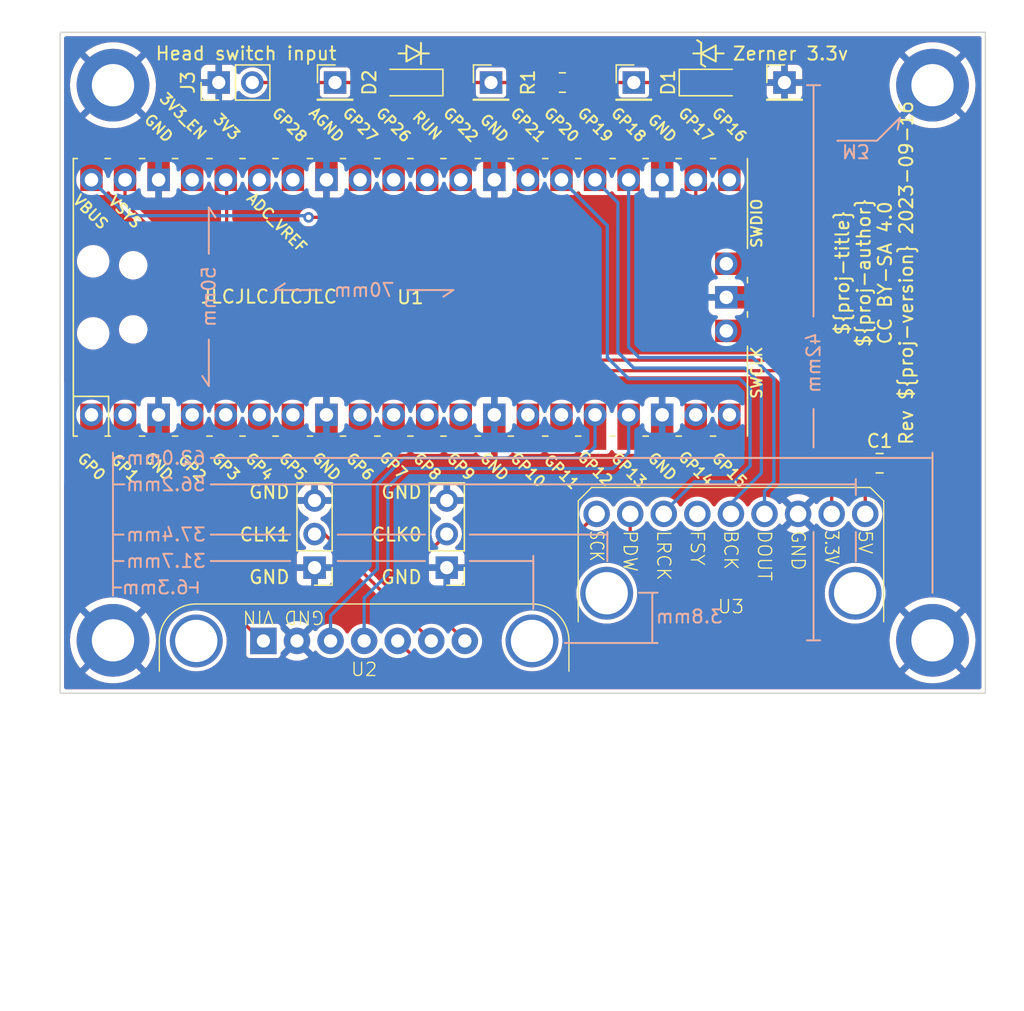
<source format=kicad_pcb>
(kicad_pcb (version 20221018) (generator pcbnew)
  (title_block (title "${proj-title}") (date "2023-09-16") (rev "${proj-version}") (company "${proj-author}") (comment 1 "${proj-license}"))
  (layers (0 "F.Cu" signal) (31 "B.Cu" signal) (34 "B.Paste" user) (35 "F.Paste" user) (36 "B.SilkS" user "B.Silkscreen") (37 "F.SilkS" user "F.Silkscreen") (38 "B.Mask" user) (39 "F.Mask" user) (44 "Edge.Cuts" user))
  (property "proj-author" "Rene Wolf")
  (property "proj-license" "CC BY-SA 4.0")
  (property "proj-title" "clock-gen adc main board")
  (property "proj-version" "A")
  (net 0 "")
  (net 15 "Net-(D1-K)")
  (net 16 "/PCM.3V3")
  (net 17 "/PCM.Data")
  (net 18 "/PCM.BitClk")
  (net 27 "/PCM.LRClk")
  (net 30 "GND")
  (net 31 "Net-(J1-Pin_2)")
  (net 32 "Net-(J2-Pin_2)")
  (net 33 "/PCM.5V")
  (net 34 "/Gen.SDA")
  (net 35 "/Gen.SCL")
  (net 36 "/PCM.SysClk")
  (net 37 "/PCM.PwrDn")
  (net 38 "/Gen.VSI")
  (net 40 "Net-(D2-K)")
  (net 41 "Net-(D2-A)")
  (footprint "black-pcm1802:black-pcm1802-board" (layer "F.Cu") (at 148.75 114.4345 180)
    (fp_text reference "U3" (at 0 -9.017 unlocked) (layer "F.SilkS") (effects (font (thickness 0.1))))
    (fp_text value "~")
    (fp_text user "DOUT" (at -2.54 -3.175 270 unlocked) (layer "F.SilkS") (effects (font (thickness 0.1)) (justify left)))
    (fp_text user "GND" (at -5.08 -3.175 270 unlocked) (layer "F.SilkS") (effects (font (thickness 0.1)) (justify left)))
    (fp_text user "PDW" (at 7.62 -3.175 270 unlocked) (layer "F.SilkS") (effects (font (thickness 0.1)) (justify left)))
    (fp_text user "LRCK" (at 5.08 -3.175 270 unlocked) (layer "F.SilkS") (effects (font (thickness 0.1)) (justify left)))
    (fp_text user "3.3V" (at -7.62 -3.175 270 unlocked) (layer "F.SilkS") (effects (font (size 1 0.8) (thickness 0.1)) (justify left)))
    (fp_text user "5V" (at -10.16 -3.175 270 unlocked) (layer "F.SilkS") (effects (font (thickness 0.1)) (justify left)))
    (fp_text user "BCK" (at 0 -3.175 270 unlocked) (layer "F.SilkS") (effects (font (thickness 0.1)) (justify left)))
    (fp_text user "FSY" (at 2.54 -3.175 270 unlocked) (layer "F.SilkS") (effects (font (thickness 0.1)) (justify left)))
    (fp_text user "SCK" (at 10.16 -3.175 270 unlocked) (layer "F.SilkS") (effects (font (size 1 0.8) (thickness 0.1)) (justify left)))
    (fp_line (start -11.557 -1.016) (end -11.557 -10.16) (stroke (width 0.1)) (layer "F.SilkS"))
    (fp_line (start -11.557 -1.016) (end -10.541 0) (stroke (width 0.1)) (layer "F.SilkS"))
    (fp_line (start 10.541 0) (end -10.541 0) (stroke (width 0.1)) (layer "F.SilkS"))
    (fp_line (start 11.557 -1.016) (end 10.541 0) (stroke (width 0.1)) (layer "F.SilkS"))
    (fp_line (start 11.557 -1.016) (end 11.557 -10.16) (stroke (width 0.1)) (layer "F.SilkS"))
    (pad "" thru_hole circle (at -9.398 -8.001 180) (size 4 4) (drill 3.2) (layers "*.Cu" "*.Mask"))
    (pad "" thru_hole circle (at 9.398 -8.001 180) (size 4 4) (drill 3.2) (layers "*.Cu" "*.Mask"))
    (pad "1" thru_hole circle (at -10.16 -2 180) (size 2 2) (drill 1.25) (layers "*.Cu" "*.Mask") (net 33 "/PCM.5V"))
    (pad "2" thru_hole circle (at -7.62 -2 180) (size 2 2) (drill 1.25) (layers "*.Cu" "*.Mask") (net 16 "/PCM.3V3"))
    (pad "3" thru_hole circle (at -5.08 -2 180) (size 2 2) (drill 1.25) (layers "*.Cu" "*.Mask") (net 30 "GND"))
    (pad "4" thru_hole circle (at -2.54 -2 180) (size 2 2) (drill 1.25) (layers "*.Cu" "*.Mask") (net 17 "/PCM.Data"))
    (pad "5" thru_hole circle (at 0 -2 180) (size 2 2) (drill 1.25) (layers "*.Cu" "*.Mask") (net 18 "/PCM.BitClk"))
    (pad "6" thru_hole circle (at 2.54 -2 180) (size 2 2) (drill 1.25) (layers "*.Cu" "*.Mask"))
    (pad "7" thru_hole circle (at 5.08 -2 180) (size 2 2) (drill 1.25) (layers "*.Cu" "*.Mask") (net 27 "/PCM.LRClk"))
    (pad "8" thru_hole circle (at 7.62 -2 180) (size 2 2) (drill 1.25) (layers "*.Cu" "*.Mask") (net 37 "/PCM.PwrDn"))
    (pad "9" thru_hole circle (at 10.16 -2 180) (size 2 2) (drill 1.25) (layers "*.Cu" "*.Mask") (net 36 "/PCM.SysClk"))
  )
  (footprint "Connector_PinHeader_2.54mm:PinHeader_1x01_P2.54mm_Vertical" (layer "F.Cu") (at 118.8 83.8)
    (fp_text reference "J6" hide)
    (fp_text value "Conn_01x01_Pin")
    (fp_line (start -1.33 -1.33) (end 0 -1.33) (stroke (width 0.12)) (layer "F.SilkS"))
    (fp_line (start -1.33 0) (end -1.33 -1.33) (stroke (width 0.12)) (layer "F.SilkS"))
    (fp_line (start -1.33 1.27) (end -1.33 1.33) (stroke (width 0.12)) (layer "F.SilkS"))
    (fp_line (start -1.33 1.27) (end 1.33 1.27) (stroke (width 0.12)) (layer "F.SilkS"))
    (fp_line (start -1.33 1.33) (end 1.33 1.33) (stroke (width 0.12)) (layer "F.SilkS"))
    (fp_line (start 1.33 1.27) (end 1.33 1.33) (stroke (width 0.12)) (layer "F.SilkS"))
    (pad "1" thru_hole rect (at 0 0) (size 1.7 1.7) (drill 1) (layers "*.Cu" "*.Mask") (net 41 "Net-(D2-A)"))
  )
  (footprint "MountingHole:MountingHole_3.2mm_M3_ISO14580_Pad" (layer "F.Cu") (at 102 84)
    (fp_text reference "H1" hide)
    (fp_text value "MountingHole_Pad")
    (pad "1" thru_hole circle (at 0 0) (size 5.5 5.5) (drill 3.2) (layers "*.Cu" "*.Mask") (net 30 "GND"))
  )
  (footprint "Connector_PinHeader_2.54mm:PinHeader_1x03_P2.54mm_Vertical" (layer "F.Cu") (at 117.25 120.5 180)
    (fp_text reference "J2" hide)
    (fp_text value "Conn_01x03_Pin")
    (fp_line (start -1.33 -1.33) (end 0 -1.33) (stroke (width 0.12)) (layer "F.SilkS"))
    (fp_line (start -1.33 0) (end -1.33 -1.33) (stroke (width 0.12)) (layer "F.SilkS"))
    (fp_line (start -1.33 1.27) (end -1.33 6.41) (stroke (width 0.12)) (layer "F.SilkS"))
    (fp_line (start -1.33 1.27) (end 1.33 1.27) (stroke (width 0.12)) (layer "F.SilkS"))
    (fp_line (start -1.33 6.41) (end 1.33 6.41) (stroke (width 0.12)) (layer "F.SilkS"))
    (fp_line (start 1.33 1.27) (end 1.33 6.41) (stroke (width 0.12)) (layer "F.SilkS"))
    (pad "1" thru_hole rect (at 0 0 180) (size 1.7 1.7) (drill 1) (layers "*.Cu" "*.Mask") (net 30 "GND"))
    (pad "2" thru_hole oval (at 0 2.54 180) (size 1.7 1.7) (drill 1) (layers "*.Cu" "*.Mask") (net 32 "Net-(J2-Pin_2)"))
    (pad "3" thru_hole oval (at 0 5.08 180) (size 1.7 1.7) (drill 1) (layers "*.Cu" "*.Mask") (net 30 "GND"))
  )
  (footprint "Connector_PinHeader_2.54mm:PinHeader_1x03_P2.54mm_Vertical" (layer "F.Cu") (at 127.25 120.5 180)
    (fp_text reference "J1" hide)
    (fp_text value "Conn_01x03_Pin")
    (fp_line (start -1.33 -1.33) (end 0 -1.33) (stroke (width 0.12)) (layer "F.SilkS"))
    (fp_line (start -1.33 0) (end -1.33 -1.33) (stroke (width 0.12)) (layer "F.SilkS"))
    (fp_line (start -1.33 1.27) (end -1.33 6.41) (stroke (width 0.12)) (layer "F.SilkS"))
    (fp_line (start -1.33 1.27) (end 1.33 1.27) (stroke (width 0.12)) (layer "F.SilkS"))
    (fp_line (start -1.33 6.41) (end 1.33 6.41) (stroke (width 0.12)) (layer "F.SilkS"))
    (fp_line (start 1.33 1.27) (end 1.33 6.41) (stroke (width 0.12)) (layer "F.SilkS"))
    (pad "1" thru_hole rect (at 0 0 180) (size 1.7 1.7) (drill 1) (layers "*.Cu" "*.Mask") (net 30 "GND"))
    (pad "2" thru_hole oval (at 0 2.54 180) (size 1.7 1.7) (drill 1) (layers "*.Cu" "*.Mask") (net 31 "Net-(J1-Pin_2)"))
    (pad "3" thru_hole oval (at 0 5.08 180) (size 1.7 1.7) (drill 1) (layers "*.Cu" "*.Mask") (net 30 "GND"))
  )
  (footprint "MCU_RaspberryPi_and_Boards:RPi_Pico_SMD_TH" (layer "F.Cu") (at 124.5 100.05 90)
    (fp_text reference "U1" (at 0 0 180) (layer "F.SilkS"))
    (fp_text value "Pico")
    (fp_text user "GND" (at -12.8 19.05 135) (layer "F.SilkS") (effects (font (size 0.8 0.8))))
    (fp_text user "GND" (at 12.8 -19.05 135) (layer "F.SilkS") (effects (font (size 0.8 0.8))))
    (fp_text user "GP9" (at -12.8 3.81 135) (layer "F.SilkS") (effects (font (size 0.8 0.8))))
    (fp_text user "GND" (at -12.8 -19.05 135) (layer "F.SilkS") (effects (font (size 0.8 0.8))))
    (fp_text user "GP12" (at -12.95 13.97 135) (layer "F.SilkS") (effects (font (size 0.8 0.8))))
    (fp_text user "GP28" (at 13.054 -9.144 135) (layer "F.SilkS") (effects (font (size 0.8 0.8))))
    (fp_text user "GND" (at 12.8 19.05 135) (layer "F.SilkS") (effects (font (size 0.8 0.8))))
    (fp_text user "GP17" (at 13.054 21.59 135) (layer "F.SilkS") (effects (font (size 0.8 0.8))))
    (fp_text user "GP26" (at 13.054 -1.27 135) (layer "F.SilkS") (effects (font (size 0.8 0.8))))
    (fp_text user "GP21" (at 13.054 8.9 135) (layer "F.SilkS") (effects (font (size 0.8 0.8))))
    (fp_text user "GP11" (at -13.2 11.43 135) (layer "F.SilkS") (effects (font (size 0.8 0.8))))
    (fp_text user "GP16" (at 13.054 24.13 135) (layer "F.SilkS") (effects (font (size 0.8 0.8))))
    (fp_text user "GP8" (at -12.8 1.27 135) (layer "F.SilkS") (effects (font (size 0.8 0.8))))
    (fp_text user "VBUS" (at 6.45 -24.2 135) (layer "F.SilkS") (effects (font (size 0.8 0.8))))
    (fp_text user "GP5" (at -12.8 -8.89 135) (layer "F.SilkS") (effects (font (size 0.8 0.8))))
    (fp_text user "GND" (at 12.8 6.35 135) (layer "F.SilkS") (effects (font (size 0.8 0.8))))
    (fp_text user "SWCLK" (at -5.7 26.2 90) (layer "F.SilkS") (effects (font (size 0.8 0.8))))
    (fp_text user "GP27" (at 13.054 -3.8 135) (layer "F.SilkS") (effects (font (size 0.8 0.8))))
    (fp_text user "3V3_EN" (at 13.7 -17.2 135) (layer "F.SilkS") (effects (font (size 0.8 0.8))))
    (fp_text user "GP15" (at -13.054 24.13 135) (layer "F.SilkS") (effects (font (size 0.8 0.8))))
    (fp_text user "GP4" (at -12.8 -11.43 135) (layer "F.SilkS") (effects (font (size 0.8 0.8))))
    (fp_text user "GP22" (at 13.054 3.81 135) (layer "F.SilkS") (effects (font (size 0.8 0.8))))
    (fp_text user "GP10" (at -13.054 8.89 135) (layer "F.SilkS") (effects (font (size 0.8 0.8))))
    (fp_text user "RUN" (at 13 1.27 135) (layer "F.SilkS") (effects (font (size 0.8 0.8))))
    (fp_text user "AGND" (at 13.054 -6.35 135) (layer "F.SilkS") (effects (font (size 0.8 0.8))))
    (fp_text user "GP0" (at -12.8 -24.13 135) (layer "F.SilkS") (effects (font (size 0.8 0.8))))
    (fp_text user "GP2" (at -12.9 -16.51 135) (layer "F.SilkS") (effects (font (size 0.8 0.8))))
    (fp_text user "GND" (at -12.8 -6.35 135) (layer "F.SilkS") (effects (font (size 0.8 0.8))))
    (fp_text user "GND" (at -12.8 6.35 135) (layer "F.SilkS") (effects (font (size 0.8 0.8))))
    (fp_text user "GP14" (at -12.95 21.59 135) (layer "F.SilkS") (effects (font (size 0.8 0.8))))
    (fp_text user "SWDIO" (at 5.6 26.2 90) (layer "F.SilkS") (effects (font (size 0.8 0.8))))
    (fp_text user "GP13" (at -13.054 16.51 135) (layer "F.SilkS") (effects (font (size 0.8 0.8))))
    (fp_text user "GP3" (at -12.8 -13.97 135) (layer "F.SilkS") (effects (font (size 0.8 0.8))))
    (fp_text user "GP6" (at -12.8 -3.81 135) (layer "F.SilkS") (effects (font (size 0.8 0.8))))
    (fp_text user "GP19" (at 13.054 13.97 135) (layer "F.SilkS") (effects (font (size 0.8 0.8))))
    (fp_text user "VSYS" (at 6.45 -21.59 135) (layer "F.SilkS") (effects (font (size 0.8 0.8))))
    (fp_text user "GP7" (at -12.7 -1.3 135) (layer "F.SilkS") (effects (font (size 0.8 0.8))))
    (fp_text user "3V3" (at 12.9 -13.9 135) (layer "F.SilkS") (effects (font (size 0.8 0.8))))
    (fp_text user "ADC_VREF" (at 5.65 -10.1 135) (layer "F.SilkS") (effects (font (size 0.8 0.8))))
    (fp_text user "GP20" (at 13.054 11.43 135) (layer "F.SilkS") (effects (font (size 0.8 0.8))))
    (fp_text user "GP18" (at 13.054 16.51 135) (layer "F.SilkS") (effects (font (size 0.8 0.8))))
    (fp_text user "GP1" (at -12.9 -21.6 135) (layer "F.SilkS") (effects (font (size 0.8 0.8))))
    (fp_line (start -10.5 -25.5) (end -10.5 -25.2) (stroke (width 0.12)) (layer "F.SilkS"))
    (fp_line (start -10.5 -25.5) (end 10.5 -25.5) (stroke (width 0.12)) (layer "F.SilkS"))
    (fp_line (start -10.5 -23.1) (end -10.5 -22.7) (stroke (width 0.12)) (layer "F.SilkS"))
    (fp_line (start -10.5 -22.833) (end -7.493 -22.833) (stroke (width 0.12)) (layer "F.SilkS"))
    (fp_line (start -10.5 -20.5) (end -10.5 -20.1) (stroke (width 0.12)) (layer "F.SilkS"))
    (fp_line (start -10.5 -18) (end -10.5 -17.6) (stroke (width 0.12)) (layer "F.SilkS"))
    (fp_line (start -10.5 -15.4) (end -10.5 -15) (stroke (width 0.12)) (layer "F.SilkS"))
    (fp_line (start -10.5 -12.9) (end -10.5 -12.5) (stroke (width 0.12)) (layer "F.SilkS"))
    (fp_line (start -10.5 -10.4) (end -10.5 -10) (stroke (width 0.12)) (layer "F.SilkS"))
    (fp_line (start -10.5 -7.8) (end -10.5 -7.4) (stroke (width 0.12)) (layer "F.SilkS"))
    (fp_line (start -10.5 -5.3) (end -10.5 -4.9) (stroke (width 0.12)) (layer "F.SilkS"))
    (fp_line (start -10.5 -2.7) (end -10.5 -2.3) (stroke (width 0.12)) (layer "F.SilkS"))
    (fp_line (start -10.5 -0.2) (end -10.5 0.2) (stroke (width 0.12)) (layer "F.SilkS"))
    (fp_line (start -10.5 2.3) (end -10.5 2.7) (stroke (width 0.12)) (layer "F.SilkS"))
    (fp_line (start -10.5 4.9) (end -10.5 5.3) (stroke (width 0.12)) (layer "F.SilkS"))
    (fp_line (start -10.5 7.4) (end -10.5 7.8) (stroke (width 0.12)) (layer "F.SilkS"))
    (fp_line (start -10.5 10) (end -10.5 10.4) (stroke (width 0.12)) (layer "F.SilkS"))
    (fp_line (start -10.5 12.5) (end -10.5 12.9) (stroke (width 0.12)) (layer "F.SilkS"))
    (fp_line (start -10.5 15.1) (end -10.5 15.5) (stroke (width 0.12)) (layer "F.SilkS"))
    (fp_line (start -10.5 17.6) (end -10.5 18) (stroke (width 0.12)) (layer "F.SilkS"))
    (fp_line (start -10.5 20.1) (end -10.5 20.5) (stroke (width 0.12)) (layer "F.SilkS"))
    (fp_line (start -10.5 22.7) (end -10.5 23.1) (stroke (width 0.12)) (layer "F.SilkS"))
    (fp_line (start -7.493 -22.833) (end -7.493 -25.5) (stroke (width 0.12)) (layer "F.SilkS"))
    (fp_line (start -3.7 25.5) (end -10.5 25.5) (stroke (width 0.12)) (layer "F.SilkS"))
    (fp_line (start -1.5 25.5) (end -1.1 25.5) (stroke (width 0.12)) (layer "F.SilkS"))
    (fp_line (start 1.1 25.5) (end 1.5 25.5) (stroke (width 0.12)) (layer "F.SilkS"))
    (fp_line (start 10.5 -25.5) (end 10.5 -25.2) (stroke (width 0.12)) (layer "F.SilkS"))
    (fp_line (start 10.5 -23.1) (end 10.5 -22.7) (stroke (width 0.12)) (layer "F.SilkS"))
    (fp_line (start 10.5 -20.5) (end 10.5 -20.1) (stroke (width 0.12)) (layer "F.SilkS"))
    (fp_line (start 10.5 -18) (end 10.5 -17.6) (stroke (width 0.12)) (layer "F.SilkS"))
    (fp_line (start 10.5 -15.4) (end 10.5 -15) (stroke (width 0.12)) (layer "F.SilkS"))
    (fp_line (start 10.5 -12.9) (end 10.5 -12.5) (stroke (width 0.12)) (layer "F.SilkS"))
    (fp_line (start 10.5 -10.4) (end 10.5 -10) (stroke (width 0.12)) (layer "F.SilkS"))
    (fp_line (start 10.5 -7.8) (end 10.5 -7.4) (stroke (width 0.12)) (layer "F.SilkS"))
    (fp_line (start 10.5 -5.3) (end 10.5 -4.9) (stroke (width 0.12)) (layer "F.SilkS"))
    (fp_line (start 10.5 -2.7) (end 10.5 -2.3) (stroke (width 0.12)) (layer "F.SilkS"))
    (fp_line (start 10.5 -0.2) (end 10.5 0.2) (stroke (width 0.12)) (layer "F.SilkS"))
    (fp_line (start 10.5 2.3) (end 10.5 2.7) (stroke (width 0.12)) (layer "F.SilkS"))
    (fp_line (start 10.5 4.9) (end 10.5 5.3) (stroke (width 0.12)) (layer "F.SilkS"))
    (fp_line (start 10.5 7.4) (end 10.5 7.8) (stroke (width 0.12)) (layer "F.SilkS"))
    (fp_line (start 10.5 10) (end 10.5 10.4) (stroke (width 0.12)) (layer "F.SilkS"))
    (fp_line (start 10.5 12.5) (end 10.5 12.9) (stroke (width 0.12)) (layer "F.SilkS"))
    (fp_line (start 10.5 15.1) (end 10.5 15.5) (stroke (width 0.12)) (layer "F.SilkS"))
    (fp_line (start 10.5 17.6) (end 10.5 18) (stroke (width 0.12)) (layer "F.SilkS"))
    (fp_line (start 10.5 20.1) (end 10.5 20.5) (stroke (width 0.12)) (layer "F.SilkS"))
    (fp_line (start 10.5 22.7) (end 10.5 23.1) (stroke (width 0.12)) (layer "F.SilkS"))
    (fp_line (start 10.5 25.5) (end 3.7 25.5) (stroke (width 0.12)) (layer "F.SilkS"))
    (pad "" np_thru_hole oval (at -2.725 -24 90) (size 1.8 1.8) (drill 1.8) (layers "*.Cu" "*.Mask"))
    (pad "" np_thru_hole oval (at -2.425 -20.97 90) (size 1.5 1.5) (drill 1.5) (layers "*.Cu" "*.Mask"))
    (pad "" np_thru_hole oval (at 2.425 -20.97 90) (size 1.5 1.5) (drill 1.5) (layers "*.Cu" "*.Mask"))
    (pad "" np_thru_hole oval (at 2.725 -24 90) (size 1.8 1.8) (drill 1.8) (layers "*.Cu" "*.Mask"))
    (pad "1" thru_hole oval (at -8.89 -24.13 90) (size 1.7 1.7) (drill 1.02) (layers "*.Cu" "*.Mask"))
    (pad "1" smd rect (at -8.89 -24.13 90) (size 3.5 1.7) (drill (offset -0.9 0)) (layers "F.Cu" "F.Mask"))
    (pad "2" thru_hole oval (at -8.89 -21.59 90) (size 1.7 1.7) (drill 1.02) (layers "*.Cu" "*.Mask"))
    (pad "2" smd rect (at -8.89 -21.59 90) (size 3.5 1.7) (drill (offset -0.9 0)) (layers "F.Cu" "F.Mask"))
    (pad "3" thru_hole rect (at -8.89 -19.05 90) (size 1.7 1.7) (drill 1.02) (layers "*.Cu" "*.Mask") (net 30 "GND"))
    (pad "3" smd rect (at -8.89 -19.05 90) (size 3.5 1.7) (drill (offset -0.9 0)) (layers "F.Cu" "F.Mask") (net 30 "GND"))
    (pad "4" thru_hole oval (at -8.89 -16.51 90) (size 1.7 1.7) (drill 1.02) (layers "*.Cu" "*.Mask"))
    (pad "4" smd rect (at -8.89 -16.51 90) (size 3.5 1.7) (drill (offset -0.9 0)) (layers "F.Cu" "F.Mask"))
    (pad "5" thru_hole oval (at -8.89 -13.97 90) (size 1.7 1.7) (drill 1.02) (layers "*.Cu" "*.Mask"))
    (pad "5" smd rect (at -8.89 -13.97 90) (size 3.5 1.7) (drill (offset -0.9 0)) (layers "F.Cu" "F.Mask"))
    (pad "6" thru_hole oval (at -8.89 -11.43 90) (size 1.7 1.7) (drill 1.02) (layers "*.Cu" "*.Mask"))
    (pad "6" smd rect (at -8.89 -11.43 90) (size 3.5 1.7) (drill (offset -0.9 0)) (layers "F.Cu" "F.Mask"))
    (pad "7" thru_hole oval (at -8.89 -8.89 90) (size 1.7 1.7) (drill 1.02) (layers "*.Cu" "*.Mask"))
    (pad "7" smd rect (at -8.89 -8.89 90) (size 3.5 1.7) (drill (offset -0.9 0)) (layers "F.Cu" "F.Mask"))
    (pad "8" thru_hole rect (at -8.89 -6.35 90) (size 1.7 1.7) (drill 1.02) (layers "*.Cu" "*.Mask") (net 30 "GND"))
    (pad "8" smd rect (at -8.89 -6.35 90) (size 3.5 1.7) (drill (offset -0.9 0)) (layers "F.Cu" "F.Mask") (net 30 "GND"))
    (pad "9" thru_hole oval (at -8.89 -3.81 90) (size 1.7 1.7) (drill 1.02) (layers "*.Cu" "*.Mask"))
    (pad "9" smd rect (at -8.89 -3.81 90) (size 3.5 1.7) (drill (offset -0.9 0)) (layers "F.Cu" "F.Mask"))
    (pad "10" thru_hole oval (at -8.89 -1.27 90) (size 1.7 1.7) (drill 1.02) (layers "*.Cu" "*.Mask"))
    (pad "10" smd rect (at -8.89 -1.27 90) (size 3.5 1.7) (drill (offset -0.9 0)) (layers "F.Cu" "F.Mask"))
    (pad "11" thru_hole oval (at -8.89 1.27 90) (size 1.7 1.7) (drill 1.02) (layers "*.Cu" "*.Mask"))
    (pad "11" smd rect (at -8.89 1.27 90) (size 3.5 1.7) (drill (offset -0.9 0)) (layers "F.Cu" "F.Mask"))
    (pad "12" thru_hole oval (at -8.89 3.81 90) (size 1.7 1.7) (drill 1.02) (layers "*.Cu" "*.Mask"))
    (pad "12" smd rect (at -8.89 3.81 90) (size 3.5 1.7) (drill (offset -0.9 0)) (layers "F.Cu" "F.Mask"))
    (pad "13" thru_hole rect (at -8.89 6.35 90) (size 1.7 1.7) (drill 1.02) (layers "*.Cu" "*.Mask") (net 30 "GND"))
    (pad "13" smd rect (at -8.89 6.35 90) (size 3.5 1.7) (drill (offset -0.9 0)) (layers "F.Cu" "F.Mask") (net 30 "GND"))
    (pad "14" thru_hole oval (at -8.89 8.89 90) (size 1.7 1.7) (drill 1.02) (layers "*.Cu" "*.Mask"))
    (pad "14" smd rect (at -8.89 8.89 90) (size 3.5 1.7) (drill (offset -0.9 0)) (layers "F.Cu" "F.Mask"))
    (pad "15" thru_hole oval (at -8.89 11.43 90) (size 1.7 1.7) (drill 1.02) (layers "*.Cu" "*.Mask"))
    (pad "15" smd rect (at -8.89 11.43 90) (size 3.5 1.7) (drill (offset -0.9 0)) (layers "F.Cu" "F.Mask"))
    (pad "16" thru_hole oval (at -8.89 13.97 90) (size 1.7 1.7) (drill 1.02) (layers "*.Cu" "*.Mask") (net 34 "/Gen.SDA"))
    (pad "16" smd rect (at -8.89 13.97 90) (size 3.5 1.7) (drill (offset -0.9 0)) (layers "F.Cu" "F.Mask") (net 34 "/Gen.SDA"))
    (pad "17" thru_hole oval (at -8.89 16.51 90) (size 1.7 1.7) (drill 1.02) (layers "*.Cu" "*.Mask") (net 35 "/Gen.SCL"))
    (pad "17" smd rect (at -8.89 16.51 90) (size 3.5 1.7) (drill (offset -0.9 0)) (layers "F.Cu" "F.Mask") (net 35 "/Gen.SCL"))
    (pad "18" thru_hole rect (at -8.89 19.05 90) (size 1.7 1.7) (drill 1.02) (layers "*.Cu" "*.Mask") (net 30 "GND"))
    (pad "18" smd rect (at -8.89 19.05 90) (size 3.5 1.7) (drill (offset -0.9 0)) (layers "F.Cu" "F.Mask") (net 30 "GND"))
    (pad "19" thru_hole oval (at -8.89 21.59 90) (size 1.7 1.7) (drill 1.02) (layers "*.Cu" "*.Mask"))
    (pad "19" smd rect (at -8.89 21.59 90) (size 3.5 1.7) (drill (offset -0.9 0)) (layers "F.Cu" "F.Mask"))
    (pad "20" thru_hole oval (at -8.89 24.13 90) (size 1.7 1.7) (drill 1.02) (layers "*.Cu" "*.Mask"))
    (pad "20" smd rect (at -8.89 24.13 90) (size 3.5 1.7) (drill (offset -0.9 0)) (layers "F.Cu" "F.Mask"))
    (pad "21" thru_hole oval (at 8.89 24.13 90) (size 1.7 1.7) (drill 1.02) (layers "*.Cu" "*.Mask") (net 15 "Net-(D1-K)"))
    (pad "21" smd rect (at 8.89 24.13 90) (size 3.5 1.7) (drill (offset 0.9 0)) (layers "F.Cu" "F.Mask") (net 15 "Net-(D1-K)"))
    (pad "22" thru_hole oval (at 8.89 21.59 90) (size 1.7 1.7) (drill 1.02) (layers "*.Cu" "*.Mask") (net 37 "/PCM.PwrDn"))
    (pad "22" smd rect (at 8.89 21.59 90) (size 3.5 1.7) (drill (offset 0.9 0)) (layers "F.Cu" "F.Mask") (net 37 "/PCM.PwrDn"))
    (pad "23" thru_hole rect (at 8.89 19.05 90) (size 1.7 1.7) (drill 1.02) (layers "*.Cu" "*.Mask") (net 30 "GND"))
    (pad "23" smd rect (at 8.89 19.05 90) (size 3.5 1.7) (drill (offset 0.9 0)) (layers "F.Cu" "F.Mask") (net 30 "GND"))
    (pad "24" thru_hole oval (at 8.89 16.51 90) (size 1.7 1.7) (drill 1.02) (layers "*.Cu" "*.Mask") (net 17 "/PCM.Data"))
    (pad "24" smd rect (at 8.89 16.51 90) (size 3.5 1.7) (drill (offset 0.9 0)) (layers "F.Cu" "F.Mask") (net 17 "/PCM.Data"))
    (pad "25" thru_hole oval (at 8.89 13.97 90) (size 1.7 1.7) (drill 1.02) (layers "*.Cu" "*.Mask") (net 18 "/PCM.BitClk"))
    (pad "25" smd rect (at 8.89 13.97 90) (size 3.5 1.7) (drill (offset 0.9 0)) (layers "F.Cu" "F.Mask") (net 18 "/PCM.BitClk"))
    (pad "26" thru_hole oval (at 8.89 11.43 90) (size 1.7 1.7) (drill 1.02) (layers "*.Cu" "*.Mask") (net 27 "/PCM.LRClk"))
    (pad "26" smd rect (at 8.89 11.43 90) (size 3.5 1.7) (drill (offset 0.9 0)) (layers "F.Cu" "F.Mask") (net 27 "/PCM.LRClk"))
    (pad "27" thru_hole oval (at 8.89 8.89 90) (size 1.7 1.7) (drill 1.02) (layers "*.Cu" "*.Mask"))
    (pad "27" smd rect (at 8.89 8.89 90) (size 3.5 1.7) (drill (offset 0.9 0)) (layers "F.Cu" "F.Mask"))
    (pad "28" thru_hole rect (at 8.89 6.35 90) (size 1.7 1.7) (drill 1.02) (layers "*.Cu" "*.Mask") (net 30 "GND"))
    (pad "28" smd rect (at 8.89 6.35 90) (size 3.5 1.7) (drill (offset 0.9 0)) (layers "F.Cu" "F.Mask") (net 30 "GND"))
    (pad "29" thru_hole oval (at 8.89 3.81 90) (size 1.7 1.7) (drill 1.02) (layers "*.Cu" "*.Mask"))
    (pad "29" smd rect (at 8.89 3.81 90) (size 3.5 1.7) (drill (offset 0.9 0)) (layers "F.Cu" "F.Mask"))
    (pad "30" thru_hole oval (at 8.89 1.27 90) (size 1.7 1.7) (drill 1.02) (layers "*.Cu" "*.Mask"))
    (pad "30" smd rect (at 8.89 1.27 90) (size 3.5 1.7) (drill (offset 0.9 0)) (layers "F.Cu" "F.Mask"))
    (pad "31" thru_hole oval (at 8.89 -1.27 90) (size 1.7 1.7) (drill 1.02) (layers "*.Cu" "*.Mask"))
    (pad "31" smd rect (at 8.89 -1.27 90) (size 3.5 1.7) (drill (offset 0.9 0)) (layers "F.Cu" "F.Mask"))
    (pad "32" thru_hole oval (at 8.89 -3.81 90) (size 1.7 1.7) (drill 1.02) (layers "*.Cu" "*.Mask"))
    (pad "32" smd rect (at 8.89 -3.81 90) (size 3.5 1.7) (drill (offset 0.9 0)) (layers "F.Cu" "F.Mask"))
    (pad "33" thru_hole rect (at 8.89 -6.35 90) (size 1.7 1.7) (drill 1.02) (layers "*.Cu" "*.Mask") (net 30 "GND"))
    (pad "33" smd rect (at 8.89 -6.35 90) (size 3.5 1.7) (drill (offset 0.9 0)) (layers "F.Cu" "F.Mask") (net 30 "GND"))
    (pad "34" thru_hole oval (at 8.89 -8.89 90) (size 1.7 1.7) (drill 1.02) (layers "*.Cu" "*.Mask"))
    (pad "34" smd rect (at 8.89 -8.89 90) (size 3.5 1.7) (drill (offset 0.9 0)) (layers "F.Cu" "F.Mask"))
    (pad "35" thru_hole oval (at 8.89 -11.43 90) (size 1.7 1.7) (drill 1.02) (layers "*.Cu" "*.Mask"))
    (pad "35" smd rect (at 8.89 -11.43 90) (size 3.5 1.7) (drill (offset 0.9 0)) (layers "F.Cu" "F.Mask"))
    (pad "36" thru_hole oval (at 8.89 -13.97 90) (size 1.7 1.7) (drill 1.02) (layers "*.Cu" "*.Mask") (net 16 "/PCM.3V3"))
    (pad "36" smd rect (at 8.89 -13.97 90) (size 3.5 1.7) (drill (offset 0.9 0)) (layers "F.Cu" "F.Mask") (net 16 "/PCM.3V3"))
    (pad "37" thru_hole oval (at 8.89 -16.51 90) (size 1.7 1.7) (drill 1.02) (layers "*.Cu" "*.Mask"))
    (pad "37" smd rect (at 8.89 -16.51 90) (size 3.5 1.7) (drill (offset 0.9 0)) (layers "F.Cu" "F.Mask"))
    (pad "38" thru_hole rect (at 8.89 -19.05 90) (size 1.7 1.7) (drill 1.02) (layers "*.Cu" "*.Mask") (net 30 "GND"))
    (pad "38" smd rect (at 8.89 -19.05 90) (size 3.5 1.7) (drill (offset 0.9 0)) (layers "F.Cu" "F.Mask") (net 30 "GND"))
    (pad "39" thru_hole oval (at 8.89 -21.59 90) (size 1.7 1.7) (drill 1.02) (layers "*.Cu" "*.Mask") (net 38 "/Gen.VSI"))
    (pad "39" smd rect (at 8.89 -21.59 90) (size 3.5 1.7) (drill (offset 0.9 0)) (layers "F.Cu" "F.Mask") (net 38 "/Gen.VSI"))
    (pad "40" thru_hole oval (at 8.89 -24.13 90) (size 1.7 1.7) (drill 1.02) (layers "*.Cu" "*.Mask") (net 33 "/PCM.5V"))
    (pad "40" smd rect (at 8.89 -24.13 90) (size 3.5 1.7) (drill (offset 0.9 0)) (layers "F.Cu" "F.Mask") (net 33 "/PCM.5V"))
    (pad "41" thru_hole oval (at -2.54 23.9 90) (size 1.7 1.7) (drill 1.02) (layers "*.Cu" "*.Mask"))
    (pad "41" smd rect (at -2.54 23.9 180) (size 3.5 1.7) (drill (offset -0.9 0)) (layers "F.Cu" "F.Mask"))
    (pad "42" thru_hole rect (at 0 23.9 90) (size 1.7 1.7) (drill 1.02) (layers "*.Cu" "*.Mask") (net 30 "GND"))
    (pad "42" smd rect (at 0 23.9 180) (size 3.5 1.7) (drill (offset -0.9 0)) (layers "F.Cu" "F.Mask") (net 30 "GND"))
    (pad "43" thru_hole oval (at 2.54 23.9 90) (size 1.7 1.7) (drill 1.02) (layers "*.Cu" "*.Mask"))
    (pad "43" smd rect (at 2.54 23.9 180) (size 3.5 1.7) (drill (offset -0.9 0)) (layers "F.Cu" "F.Mask"))
  )
  (footprint "Capacitor_SMD:C_0805_2012Metric_Pad1.18x1.45mm_HandSolder" (layer "F.Cu") (at 160 112.6)
    (fp_text reference "C1" (at 0 -1.68) (layer "F.SilkS"))
    (fp_text value "10u")
    (fp_line (start -0.261252 -0.735) (end 0.261252 -0.735) (stroke (width 0.12)) (layer "F.SilkS"))
    (fp_line (start -0.261252 0.735) (end 0.261252 0.735) (stroke (width 0.12)) (layer "F.SilkS"))
    (pad "1" smd roundrect (at -1.0375 0) (size 1.175 1.45) (layers "F.Cu" "F.Paste" "F.Mask") (roundrect_rratio 0.2127659574) (net 33 "/PCM.5V"))
    (pad "2" smd roundrect (at 1.0375 0) (size 1.175 1.45) (layers "F.Cu" "F.Paste" "F.Mask") (roundrect_rratio 0.2127659574) (net 30 "GND"))
  )
  (footprint "MountingHole:MountingHole_3.2mm_M3_ISO14580_Pad" (layer "F.Cu") (at 102 126)
    (fp_text reference "H4" hide)
    (fp_text value "MountingHole_Pad")
    (pad "1" thru_hole circle (at 0 0) (size 5.5 5.5) (drill 3.2) (layers "*.Cu" "*.Mask") (net 30 "GND"))
  )
  (footprint "Connector_PinHeader_2.54mm:PinHeader_1x01_P2.54mm_Vertical" (layer "F.Cu") (at 130.6 83.8)
    (fp_text reference "J7" hide)
    (fp_text value "Conn_01x01_Pin")
    (fp_line (start -1.33 -1.33) (end 0 -1.33) (stroke (width 0.12)) (layer "F.SilkS"))
    (fp_line (start -1.33 0) (end -1.33 -1.33) (stroke (width 0.12)) (layer "F.SilkS"))
    (fp_line (start -1.33 1.27) (end -1.33 1.33) (stroke (width 0.12)) (layer "F.SilkS"))
    (fp_line (start -1.33 1.27) (end 1.33 1.27) (stroke (width 0.12)) (layer "F.SilkS"))
    (fp_line (start -1.33 1.33) (end 1.33 1.33) (stroke (width 0.12)) (layer "F.SilkS"))
    (fp_line (start 1.33 1.27) (end 1.33 1.33) (stroke (width 0.12)) (layer "F.SilkS"))
    (pad "1" thru_hole rect (at 0 0) (size 1.7 1.7) (drill 1) (layers "*.Cu" "*.Mask") (net 40 "Net-(D2-K)"))
  )
  (footprint "Resistor_SMD:R_0805_2012Metric_Pad1.20x1.40mm_HandSolder" (layer "F.Cu") (at 136 83.8)
    (fp_text reference "R1" (at -2.6 0 90) (layer "F.SilkS"))
    (fp_text value "1k")
    (fp_line (start -0.227064 -0.735) (end 0.227064 -0.735) (stroke (width 0.12)) (layer "F.SilkS"))
    (fp_line (start -0.227064 0.735) (end 0.227064 0.735) (stroke (width 0.12)) (layer "F.SilkS"))
    (pad "1" smd roundrect (at -1 0) (size 1.2 1.4) (layers "F.Cu" "F.Paste" "F.Mask") (roundrect_rratio 0.2083333333) (net 40 "Net-(D2-K)"))
    (pad "2" smd roundrect (at 1 0) (size 1.2 1.4) (layers "F.Cu" "F.Paste" "F.Mask") (roundrect_rratio 0.2083333333) (net 15 "Net-(D1-K)"))
  )
  (footprint "Connector_PinHeader_2.54mm:PinHeader_1x02_P2.54mm_Vertical" (layer "F.Cu") (at 110 83.8 90)
    (fp_text reference "J3" (at 0 -2.33 90) (layer "F.SilkS"))
    (fp_text value "Conn_01x02_Pin")
    (fp_line (start -1.33 -1.33) (end 0 -1.33) (stroke (width 0.12)) (layer "F.SilkS"))
    (fp_line (start -1.33 0) (end -1.33 -1.33) (stroke (width 0.12)) (layer "F.SilkS"))
    (fp_line (start -1.33 1.27) (end -1.33 3.87) (stroke (width 0.12)) (layer "F.SilkS"))
    (fp_line (start -1.33 1.27) (end 1.33 1.27) (stroke (width 0.12)) (layer "F.SilkS"))
    (fp_line (start -1.33 3.87) (end 1.33 3.87) (stroke (width 0.12)) (layer "F.SilkS"))
    (fp_line (start 1.33 1.27) (end 1.33 3.87) (stroke (width 0.12)) (layer "F.SilkS"))
    (pad "1" thru_hole rect (at 0 0 90) (size 1.7 1.7) (drill 1) (layers "*.Cu" "*.Mask") (net 30 "GND"))
    (pad "2" thru_hole oval (at 0 2.54 90) (size 1.7 1.7) (drill 1) (layers "*.Cu" "*.Mask") (net 41 "Net-(D2-A)"))
  )
  (footprint "Diode_SMD:D_SOD-123" (layer "F.Cu") (at 147.2 83.8)
    (fp_text reference "D1" (at -3.2 0 90) (layer "F.SilkS"))
    (fp_text value "D_Zener")
    (fp_line (start -2.36 -1) (end -2.36 1) (stroke (width 0.12)) (layer "F.SilkS"))
    (fp_line (start -2.36 -1) (end 1.65 -1) (stroke (width 0.12)) (layer "F.SilkS"))
    (fp_line (start -2.36 1) (end 1.65 1) (stroke (width 0.12)) (layer "F.SilkS"))
    (pad "1" smd roundrect (at -1.65 0) (size 0.9 1.2) (layers "F.Cu" "F.Paste" "F.Mask") (net 15 "Net-(D1-K)"))
    (pad "2" smd roundrect (at 1.65 0) (size 0.9 1.2) (layers "F.Cu" "F.Paste" "F.Mask") (net 30 "GND"))
  )
  (footprint "Connector_PinHeader_2.54mm:PinHeader_1x01_P2.54mm_Vertical" (layer "F.Cu") (at 141.4 83.8)
    (fp_text reference "J4" hide)
    (fp_text value "Conn_01x01_Pin")
    (fp_line (start -1.33 -1.33) (end 0 -1.33) (stroke (width 0.12)) (layer "F.SilkS"))
    (fp_line (start -1.33 0) (end -1.33 -1.33) (stroke (width 0.12)) (layer "F.SilkS"))
    (fp_line (start -1.33 1.27) (end -1.33 1.33) (stroke (width 0.12)) (layer "F.SilkS"))
    (fp_line (start -1.33 1.27) (end 1.33 1.27) (stroke (width 0.12)) (layer "F.SilkS"))
    (fp_line (start -1.33 1.33) (end 1.33 1.33) (stroke (width 0.12)) (layer "F.SilkS"))
    (fp_line (start 1.33 1.27) (end 1.33 1.33) (stroke (width 0.12)) (layer "F.SilkS"))
    (pad "1" thru_hole rect (at 0 0) (size 1.7 1.7) (drill 1) (layers "*.Cu" "*.Mask") (net 15 "Net-(D1-K)"))
  )
  (footprint "adafruit-si5351:Adafruit_Si5351A_Breakout_Board" (layer "F.Cu") (at 121 123.25 180)
    (fp_text reference "U2" (at 0 -4.95 unlocked) (layer "F.SilkS") (effects (font (thickness 0.1))))
    (fp_text value "~")
    (fp_text user "GND VIN" (at 6.096 -1.016 180 unlocked) (layer "F.SilkS") (effects (font (thickness 0.1))))
    (fp_line (start -15.494 -2.794) (end -15.494 -5.08) (stroke (width 0.1)) (layer "F.SilkS"))
    (fp_line (start -12.7 0) (end 12.7 0) (stroke (width 0.1)) (layer "F.SilkS"))
    (fp_line (start 15.494 -2.794) (end 15.494 -5.08) (stroke (width 0.1)) (layer "F.SilkS"))
    (fp_arc (start -12.7 0) (mid -14.675656 -0.818344) (end -15.494 -2.794) (stroke (width 0.1)) (layer "F.SilkS"))
    (fp_arc (start 15.494 -2.794) (mid 14.675656 -0.818344) (end 12.7 0) (stroke (width 0.1)) (layer "F.SilkS"))
    (pad "" thru_hole circle (at -12.7 -2.794 180) (size 4 4) (drill 3.2) (layers "*.Cu" "*.Mask"))
    (pad "" thru_hole circle (at 12.7 -2.794 180) (size 4 4) (drill 3.2) (layers "*.Cu" "*.Mask"))
    (pad "1" thru_hole oval (at -7.62 -2.794 180) (size 2 2) (drill 1) (layers "*.Cu" "*.Mask") (net 31 "Net-(J1-Pin_2)"))
    (pad "2" thru_hole circle (at -5.08 -2.794 180) (size 2 2) (drill 1) (layers "*.Cu" "*.Mask") (net 32 "Net-(J2-Pin_2)"))
    (pad "3" thru_hole circle (at -2.54 -2.794 180) (size 2 2) (drill 1) (layers "*.Cu" "*.Mask") (net 36 "/PCM.SysClk"))
    (pad "4" thru_hole circle (at 0 -2.794 180) (size 2 2) (drill 1) (layers "*.Cu" "*.Mask") (net 35 "/Gen.SCL"))
    (pad "5" thru_hole circle (at 2.54 -2.794 180) (size 2 2) (drill 1) (layers "*.Cu" "*.Mask") (net 34 "/Gen.SDA"))
    (pad "6" thru_hole circle (at 5.08 -2.794 180) (size 2 2) (drill 1) (layers "*.Cu" "*.Mask") (net 30 "GND"))
    (pad "7" thru_hole rect (at 7.62 -2.794 180) (size 2 2) (drill 1) (layers "*.Cu" "*.Mask") (net 38 "/Gen.VSI"))
  )
  (footprint "MountingHole:MountingHole_3.2mm_M3_ISO14580_Pad" (layer "F.Cu") (at 164 126)
    (fp_text reference "H3" hide)
    (fp_text value "MountingHole_Pad")
    (pad "1" thru_hole circle (at 0 0) (size 5.5 5.5) (drill 3.2) (layers "*.Cu" "*.Mask") (net 30 "GND"))
  )
  (footprint "MountingHole:MountingHole_3.2mm_M3_ISO14580_Pad" (layer "F.Cu") (at 164 84)
    (fp_text reference "H2" hide)
    (fp_text value "MountingHole_Pad")
    (pad "1" thru_hole circle (at 0 0) (size 5.5 5.5) (drill 3.2) (layers "*.Cu" "*.Mask") (net 30 "GND"))
  )
  (footprint "Connector_PinHeader_2.54mm:PinHeader_1x01_P2.54mm_Vertical" (layer "F.Cu") (at 152.8 83.8)
    (fp_text reference "J5" hide)
    (fp_text value "Conn_01x01_Pin")
    (fp_line (start -1.33 -1.33) (end 0 -1.33) (stroke (width 0.12)) (layer "F.SilkS"))
    (fp_line (start -1.33 0) (end -1.33 -1.33) (stroke (width 0.12)) (layer "F.SilkS"))
    (fp_line (start -1.33 1.27) (end -1.33 1.33) (stroke (width 0.12)) (layer "F.SilkS"))
    (fp_line (start -1.33 1.27) (end 1.33 1.27) (stroke (width 0.12)) (layer "F.SilkS"))
    (fp_line (start -1.33 1.33) (end 1.33 1.33) (stroke (width 0.12)) (layer "F.SilkS"))
    (fp_line (start 1.33 1.27) (end 1.33 1.33) (stroke (width 0.12)) (layer "F.SilkS"))
    (pad "1" thru_hole rect (at 0 0) (size 1.7 1.7) (drill 1) (layers "*.Cu" "*.Mask") (net 30 "GND"))
  )
  (footprint "Diode_SMD:D_SOD-123" (layer "F.Cu") (at 124.6 83.8 180)
    (fp_text reference "D2" (at 3.2 0 90) (layer "F.SilkS"))
    (fp_text value "D")
    (fp_line (start -2.36 -1) (end -2.36 1) (stroke (width 0.12)) (layer "F.SilkS"))
    (fp_line (start -2.36 -1) (end 1.65 -1) (stroke (width 0.12)) (layer "F.SilkS"))
    (fp_line (start -2.36 1) (end 1.65 1) (stroke (width 0.12)) (layer "F.SilkS"))
    (pad "1" smd roundrect (at -1.65 0 180) (size 0.9 1.2) (layers "F.Cu" "F.Paste" "F.Mask") (net 40 "Net-(D2-K)"))
    (pad "2" smd roundrect (at 1.65 0 180) (size 0.9 1.2) (layers "F.Cu" "F.Paste" "F.Mask") (net 41 "Net-(D2-A)"))
  )
  (gr_line (start 154.5 84) (end 155.5 84) (stroke (width 0.15)) (layer "B.SilkS"))
  (gr_line (start 164 111.8) (end 164 122.4) (stroke (width 0.15)) (layer "B.SilkS"))
  (gr_line (start 161.533452 86.466548) (end 159.8 88.2) (stroke (width 0.15)) (layer "B.SilkS"))
  (gr_line (start 129 120) (end 133.8 120) (stroke (width 0.15)) (layer "B.SilkS"))
  (gr_line (start 119 118) (end 125.6 118) (stroke (width 0.15)) (layer "B.SilkS"))
  (gr_line (start 109.25 93.25) (end 109.75 94) (stroke (width 0.15)) (layer "B.SilkS"))
  (gr_line (start 109.25 96.75) (end 109.25 93.25) (stroke (width 0.15)) (layer "B.SilkS"))
  (gr_line (start 109.4 118) (end 115.4 118) (stroke (width 0.15)) (layer "B.SilkS"))
  (gr_line (start 107.8 122) (end 108.4 122) (stroke (width 0.15)) (layer "B.SilkS"))
  (gr_line (start 155 101.5) (end 155 84.000001) (stroke (width 0.15)) (layer "B.SilkS"))
  (gr_line (start 117.75 99.5) (end 114.25 99.5) (stroke (width 0.15)) (layer "B.SilkS"))
  (gr_line (start 143.2 126.2) (end 136.2 126.2) (stroke (width 0.15)) (layer "B.SilkS"))
  (gr_line (start 102 122) (end 102.6 122) (stroke (width 0.15)) (layer "B.SilkS"))
  (gr_line (start 155 108.5) (end 155 111.4) (stroke (width 0.15)) (layer "B.SilkS"))
  (gr_line (start 102 122.6) (end 102 111.8) (stroke (width 0.15)) (layer "B.SilkS"))
  (gr_line (start 102.05 112.2) (end 102.85 112.2) (stroke (width 0.15)) (layer "B.SilkS"))
  (gr_line (start 129 118) (end 139.4 118) (stroke (width 0.15)) (layer "B.SilkS"))
  (gr_line (start 142.8 122.4) (end 142.8 126.2) (stroke (width 0.15)) (layer "B.SilkS"))
  (gr_line (start 161.533452 86.466548) (end 161.356676 87.350431) (stroke (width 0.15)) (layer "B.SilkS"))
  (gr_line (start 109.4 112.2) (end 163.95 112.2) (stroke (width 0.15)) (layer "B.SilkS"))
  (gr_line (start 108.4 121.6) (end 108.4 122.4) (stroke (width 0.15)) (layer "B.SilkS"))
  (gr_line (start 109.25 103.25) (end 109.25 106.75) (stroke (width 0.15)) (layer "B.SilkS"))
  (gr_line (start 159.8 88.2) (end 156.8 88.2) (stroke (width 0.15)) (layer "B.SilkS"))
  (gr_line (start 109.4 120) (end 115.4 120) (stroke (width 0.15)) (layer "B.SilkS"))
  (gr_line (start 155 117.8) (end 155 126) (stroke (width 0.15)) (layer "B.SilkS"))
  (gr_line (start 139.4 117.8) (end 139.4 120) (stroke (width 0.15)) (layer "B.SilkS"))
  (gr_line (start 158.2 117.8) (end 158.2 120) (stroke (width 0.15)) (layer "B.SilkS"))
  (gr_line (start 109.4 114.2) (end 158.2 114.2) (stroke (width 0.15)) (layer "B.SilkS"))
  (gr_line (start 102 118) (end 102.8 118) (stroke (width 0.15)) (layer "B.SilkS"))
  (gr_line (start 141.8 122.4) (end 143.2 122.4) (stroke (width 0.15)) (layer "B.SilkS"))
  (gr_line (start 114.25 99.5) (end 115 99) (stroke (width 0.15)) (layer "B.SilkS"))
  (gr_line (start 109.25 106.75) (end 108.75 106) (stroke (width 0.15)) (layer "B.SilkS"))
  (gr_line (start 102.05 114.2) (end 102.85 114.2) (stroke (width 0.15)) (layer "B.SilkS"))
  (gr_line (start 155.5 126) (end 154.5 126) (stroke (width 0.15)) (layer "B.SilkS"))
  (gr_line (start 133.8 119.6) (end 133.8 123.6) (stroke (width 0.15)) (layer "B.SilkS"))
  (gr_line (start 102 120) (end 102.8 120) (stroke (width 0.15)) (layer "B.SilkS"))
  (gr_line (start 119 120) (end 125.6 120) (stroke (width 0.15)) (layer "B.SilkS"))
  (gr_line (start 127.75 99.5) (end 127 100) (stroke (width 0.15)) (layer "B.SilkS"))
  (gr_line (start 158.2 113.8) (end 158.2 115) (stroke (width 0.15)) (layer "B.SilkS"))
  (gr_line (start 124.25 99.5) (end 127.75 99.5) (stroke (width 0.15)) (layer "B.SilkS"))
  (gr_line (start 146.5 81.6) (end 145.9 81.6) (stroke (width 0.15)) (layer "F.SilkS"))
  (gr_line (start 125.3 82.4) (end 125.3 80.8) (stroke (width 0.15)) (layer "F.SilkS"))
  (gr_line (start 125.299999 81.6) (end 124.2 82.2) (stroke (width 0.15)) (layer "F.SilkS"))
  (gr_line (start 124.2 81) (end 125.299999 81.6) (stroke (width 0.15)) (layer "F.SilkS"))
  (gr_line (start 147.6 81.6) (end 148.2 81.6) (stroke (width 0.15)) (layer "F.SilkS"))
  (gr_line (start 146.5 82.4) (end 146.8 82.6) (stroke (width 0.15)) (layer "F.SilkS"))
  (gr_line (start 147.6 82.2) (end 146.5 81.6) (stroke (width 0.15)) (layer "F.SilkS"))
  (gr_line (start 146.5 81.6) (end 147.6 81) (stroke (width 0.15)) (layer "F.SilkS"))
  (gr_line (start 124.2 81.6) (end 123.6 81.6) (stroke (width 0.15)) (layer "F.SilkS"))
  (gr_line (start 124.2 82.2) (end 124.2 81) (stroke (width 0.15)) (layer "F.SilkS"))
  (gr_line (start 146.5 80.8) (end 146.2 80.6) (stroke (width 0.15)) (layer "F.SilkS"))
  (gr_line (start 125.299999 81.6) (end 125.900001 81.6) (stroke (width 0.15)) (layer "F.SilkS"))
  (gr_line (start 147.6 81) (end 147.6 82.2) (stroke (width 0.15)) (layer "F.SilkS"))
  (gr_line (start 146.5 80.8) (end 146.5 82.4) (stroke (width 0.15)) (layer "F.SilkS"))
  (gr_rect (start 98 80) (end 168 130) (stroke (width 0.1)) (fill none) (layer "Edge.Cuts"))
  (gr_text "31.7mm" (at 106 120) (layer "B.SilkS") (effects (font (size 1 1)) (justify mirror)))
  (gr_text "3.8mm" (at 145.6 124.2) (layer "B.SilkS") (effects (font (size 1 1)) (justify mirror)))
  (gr_text "42mm" (at 155 105 90) (layer "B.SilkS") (effects (font (size 1 1)) (justify mirror)))
  (gr_text "62.0mm" (at 106 112.2) (layer "B.SilkS") (effects (font (size 1 1)) (justify mirror)))
  (gr_text "50mm" (at 109.25 100 90) (layer "B.SilkS") (effects (font (size 1 1)) (justify mirror)))
  (gr_text "M3" (at 158.2 88.4 180) (layer "B.SilkS") (effects (font (size 1 1)) (justify bottom mirror)))
  (gr_text "37.4mm" (at 106 118) (layer "B.SilkS") (effects (font (size 1 1)) (justify mirror)))
  (gr_text "56.2mm" (at 106 114.2) (layer "B.SilkS") (effects (font (size 1 1)) (justify mirror)))
  (gr_text "70mm" (at 121 99.5) (layer "B.SilkS") (effects (font (size 1 1)) (justify mirror)))
  (gr_text "6.3mm" (at 105.2 122) (layer "B.SilkS") (effects (font (size 1 1)) (justify mirror)))
  (gr_text "GND\n\nCLK0\n\nGND" (at 125.45 118) (layer "F.SilkS") (effects (font (size 1 1)) (justify right)))
  (gr_text "GND\n\nCLK1\n\nGND" (at 115.45 118) (layer "F.SilkS") (effects (font (size 1 1)) (justify right)))
  (gr_text "Zerner 3.3v" (at 148.8 82.2) (layer "F.SilkS") (effects (font (size 1 1)) (justify left bottom)))
  (gr_text "Head switch input" (at 119 81.6) (layer "F.SilkS") (effects (font (size 1 1)) (justify right)))
  (gr_text "JLCJLCJLCJLC" (at 113.8 100) (layer "F.SilkS") (effects (font (size 1 1))))
  (gr_text "${TITLE}\n${COMPANY}\n${proj-license}\nRev ${REVISION} ${ISSUE_DATE}" (at 159.6 98.2 90) (layer "F.SilkS") (effects (font (size 1 1))))
  (segment (start 145.55 83.8) (end 141.4 83.8) (width 0.25) (layer "F.Cu") (net 15))
  (segment (start 145.55 84.75) (end 145.55 83.8) (width 0.25) (layer "F.Cu") (net 15))
  (segment (start 141.4 83.8) (end 137 83.8) (width 0.25) (layer "F.Cu") (net 15))
  (segment (start 148.63 91.16) (end 148.63 87.83) (width 0.25) (layer "F.Cu") (net 15))
  (segment (start 148.63 87.83) (end 145.55 84.75) (width 0.25) (layer "F.Cu") (net 15))
  (segment (start 152.2 105.6) (end 156.37 109.77) (width 0.25) (layer "F.Cu") (net 16))
  (segment (start 156.37 109.77) (end 156.37 116.4345) (width 0.25) (layer "F.Cu") (net 16))
  (segment (start 111 94.8) (end 119.2 94.8) (width 0.25) (layer "F.Cu") (net 16))
  (segment (start 119.2 94.8) (end 130 105.6) (width 0.25) (layer "F.Cu") (net 16))
  (segment (start 110.6 91.23) (end 110.6 94.4) (width 0.25) (layer "F.Cu") (net 16))
  (segment (start 110.6 94.4) (end 111 94.8) (width 0.25) (layer "F.Cu") (net 16))
  (segment (start 110.53 91.16) (end 110.6 91.23) (width 0.25) (layer "F.Cu") (net 16))
  (segment (start 130 105.6) (end 152.2 105.6) (width 0.25) (layer "F.Cu") (net 16))
  (segment (start 150.4 104.6) (end 152 106.2) (width 0.25) (layer "B.Cu") (net 17))
  (segment (start 152 106.2) (end 152 114) (width 0.25) (layer "B.Cu") (net 17))
  (segment (start 141.01 103.81) (end 141.8 104.6) (width 0.25) (layer "B.Cu") (net 17))
  (segment (start 151.29 114.71) (end 151.29 116.4345) (width 0.25) (layer "B.Cu") (net 17))
  (segment (start 141.8 104.6) (end 150.4 104.6) (width 0.25) (layer "B.Cu") (net 17))
  (segment (start 152 114) (end 151.29 114.71) (width 0.25) (layer "B.Cu") (net 17))
  (segment (start 141.01 91.16) (end 141.01 103.81) (width 0.25) (layer "B.Cu") (net 17))
  (segment (start 148.75 116.4345) (end 148.75 115.65) (width 0.25) (layer "B.Cu") (net 18))
  (segment (start 140.2 104.2) (end 140.2 92.89) (width 0.25) (layer "B.Cu") (net 18))
  (segment (start 141.4 105.4) (end 140.2 104.2) (width 0.25) (layer "B.Cu") (net 18))
  (segment (start 149.8 105.4) (end 141.4 105.4) (width 0.25) (layer "B.Cu") (net 18))
  (segment (start 151.05 106.65) (end 149.8 105.4) (width 0.25) (layer "B.Cu") (net 18))
  (segment (start 148.75 115.65) (end 151.05 113.35) (width 0.25) (layer "B.Cu") (net 18))
  (segment (start 140.2 92.89) (end 138.47 91.16) (width 0.25) (layer "B.Cu") (net 18))
  (segment (start 151.05 113.35) (end 151.05 106.65) (width 0.25) (layer "B.Cu") (net 18))
  (segment (start 143.67 116.4345) (end 143.67 116.33) (width 0.25) (layer "B.Cu") (net 27))
  (segment (start 149.4 106.2) (end 141 106.2) (width 0.25) (layer "B.Cu") (net 27))
  (segment (start 139.4 104.6) (end 139.4 94.63) (width 0.25) (layer "B.Cu") (net 27))
  (segment (start 139.4 94.63) (end 135.93 91.16) (width 0.25) (layer "B.Cu") (net 27))
  (segment (start 150.2 107) (end 149.4 106.2) (width 0.25) (layer "B.Cu") (net 27))
  (segment (start 149 114) (end 150.2 112.8) (width 0.25) (layer "B.Cu") (net 27))
  (segment (start 143.67 116.33) (end 146 114) (width 0.25) (layer "B.Cu") (net 27))
  (segment (start 146 114) (end 149 114) (width 0.25) (layer "B.Cu") (net 27))
  (segment (start 141 106.2) (end 139.4 104.6) (width 0.25) (layer "B.Cu") (net 27))
  (segment (start 150.2 112.8) (end 150.2 107) (width 0.25) (layer "B.Cu") (net 27))
  (segment (start 124.288 120.912) (end 124.288 121.712) (width 0.25) (layer "F.Cu") (net 31))
  (segment (start 127.25 117.96) (end 125.81 119.4) (width 0.25) (layer "F.Cu") (net 31))
  (segment (start 125.8 119.4) (end 124.288 120.912) (width 0.25) (layer "F.Cu") (net 31))
  (segment (start 124.288 121.712) (end 128.62 126.044) (width 0.25) (layer "F.Cu") (net 31))
  (segment (start 125.81 119.4) (end 125.8 119.4) (width 0.25) (layer "F.Cu") (net 31))
  (segment (start 126.08 126.044) (end 117.996 117.96) (width 0.25) (layer "F.Cu") (net 32))
  (segment (start 117.996 117.96) (end 117.25 117.96) (width 0.25) (layer "F.Cu") (net 32))
  (segment (start 159 112.6375) (end 158.91 112.7275) (width 0.25) (layer "F.Cu") (net 33))
  (segment (start 152.6 104.8) (end 130.4 104.8) (width 0.25) (layer "F.Cu") (net 33))
  (segment (start 159 112.6375) (end 158.9625 112.6) (width 0.25) (layer "F.Cu") (net 33))
  (segment (start 158.91 112.7275) (end 158.91 116.4345) (width 0.25) (layer "F.Cu") (net 33))
  (segment (start 158.9625 112.6) (end 158.9625 111.1625) (width 0.25) (layer "F.Cu") (net 33))
  (segment (start 158.9625 111.1625) (end 152.6 104.8) (width 0.25) (layer "F.Cu") (net 33))
  (segment (start 119.6 94) (end 116.8 94) (width 0.25) (layer "F.Cu") (net 33))
  (segment (start 130.4 104.8) (end 119.6 94) (width 0.25) (layer "F.Cu") (net 33))
  (via (at 116.8 94) (size 0.8) (drill 0.4) (layers "F.Cu" "B.Cu") (net 33))
  (segment (start 116.6755 93.8755) (end 103.0855 93.8755) (width 0.25) (layer "B.Cu") (net 33))
  (segment (start 116.8 94) (end 116.6755 93.8755) (width 0.25) (layer "B.Cu") (net 33))
  (segment (start 103.0855 93.8755) (end 100.37 91.16) (width 0.25) (layer "B.Cu") (net 33))
  (segment (start 122 120.6) (end 118.46 124.14) (width 0.25) (layer "B.Cu") (net 34))
  (segment (start 137.6 112.2) (end 124 112.2) (width 0.25) (layer "B.Cu") (net 34))
  (segment (start 138.47 108.94) (end 138.47 111.33) (width 0.25) (layer "B.Cu") (net 34))
  (segment (start 118.46 124.14) (end 118.46 126.044) (width 0.25) (layer "B.Cu") (net 34))
  (segment (start 138.47 111.33) (end 137.6 112.2) (width 0.25) (layer "B.Cu") (net 34))
  (segment (start 124 112.2) (end 122 114.2) (width 0.25) (layer "B.Cu") (net 34))
  (segment (start 122 114.2) (end 122 120.6) (width 0.25) (layer "B.Cu") (net 34))
  (segment (start 141.01 111.79) (end 141.01 108.94) (width 0.25) (layer "B.Cu") (net 35))
  (segment (start 121 126.044) (end 121 122.8) (width 0.25) (layer "B.Cu") (net 35))
  (segment (start 121 122.8) (end 122.8 121) (width 0.25) (layer "B.Cu") (net 35))
  (segment (start 122.8 121) (end 122.8 114.4) (width 0.25) (layer "B.Cu") (net 35))
  (segment (start 124.2 113) (end 139.8 113) (width 0.25) (layer "B.Cu") (net 35))
  (segment (start 122.8 114.4) (end 124.2 113) (width 0.25) (layer "B.Cu") (net 35))
  (segment (start 139.8 113) (end 141.01 111.79) (width 0.25) (layer "B.Cu") (net 35))
  (segment (start 130.6 127) (end 129.8 127.8) (width 0.25) (layer "F.Cu") (net 36))
  (segment (start 138.59 116.4345) (end 130.6 124.4245) (width 0.25) (layer "F.Cu") (net 36))
  (segment (start 130.6 124.4245) (end 130.6 127) (width 0.25) (layer "F.Cu") (net 36))
  (segment (start 125.296 127.8) (end 123.54 126.044) (width 0.25) (layer "F.Cu") (net 36))
  (segment (start 129.8 127.8) (end 125.296 127.8) (width 0.25) (layer "F.Cu") (net 36))
  (segment (start 141.13 118.53) (end 141.13 116.4345) (width 0.25) (layer "F.Cu") (net 37))
  (segment (start 146.09 91.16) (end 146.09 94.09) (width 0.25) (layer "F.Cu") (net 37))
  (segment (start 151.8 95) (end 163.2 106.4) (width 0.25) (layer "F.Cu") (net 37))
  (segment (start 147 95) (end 151.8 95) (width 0.25) (layer "F.Cu") (net 37))
  (segment (start 163.2 115.8) (end 160.2 118.8) (width 0.25) (layer "F.Cu") (net 37))
  (segment (start 163.2 106.4) (end 163.2 115.8) (width 0.25) (layer "F.Cu") (net 37))
  (segment (start 146.09 94.09) (end 147 95) (width 0.25) (layer "F.Cu") (net 37))
  (segment (start 141.4 118.8) (end 141.13 118.53) (width 0.25) (layer "F.Cu") (net 37))
  (segment (start 160.2 118.8) (end 141.4 118.8) (width 0.25) (layer "F.Cu") (net 37))
  (segment (start 102.91 92.91) (end 107.6 97.6) (width 0.25) (layer "F.Cu") (net 38))
  (segment (start 99 106.6) (end 99 114) (width 0.25) (layer "F.Cu") (net 38))
  (segment (start 99 114) (end 99.4 114.4) (width 0.25) (layer "F.Cu") (net 38))
  (segment (start 101.6 114.4) (end 113.244 126.044) (width 0.25) (layer "F.Cu") (net 38))
  (segment (start 107.6 103.4) (end 104.8 106.2) (width 0.25) (layer "F.Cu") (net 38))
  (segment (start 113.244 126.044) (end 113.38 126.044) (width 0.25) (layer "F.Cu") (net 38))
  (segment (start 99.4 114.4) (end 101.6 114.4) (width 0.25) (layer "F.Cu") (net 38))
  (segment (start 102.91 91.16) (end 102.91 92.91) (width 0.25) (layer "F.Cu") (net 38))
  (segment (start 99.4 106.2) (end 99 106.6) (width 0.25) (layer "F.Cu") (net 38))
  (segment (start 107.6 97.6) (end 107.6 103.4) (width 0.25) (layer "F.Cu") (net 38))
  (segment (start 104.8 106.2) (end 99.4 106.2) (width 0.25) (layer "F.Cu") (net 38))
  (segment (start 130.6 83.8) (end 126.25 83.8) (width 0.25) (layer "F.Cu") (net 40))
  (segment (start 135 83.8) (end 130.6 83.8) (width 0.25) (layer "F.Cu") (net 40))
  (segment (start 118.8 83.8) (end 112.54 83.8) (width 0.25) (layer "F.Cu") (net 41))
  (segment (start 122.95 83.8) (end 118.8 83.8) (width 0.25) (layer "F.Cu") (net 41))
  (zone (net 30) (net_name "GND") (layers "F&B.Cu") (connect_pads (clearance 0.3)) (min_thickness 0.3) (fill yes (thermal_gap 0.5) (thermal_bridge_width 0.5))
    (polygon (pts (xy 168 80) (xy 168 130) (xy 98 130) (xy 98 80)))
  )
)
</source>
